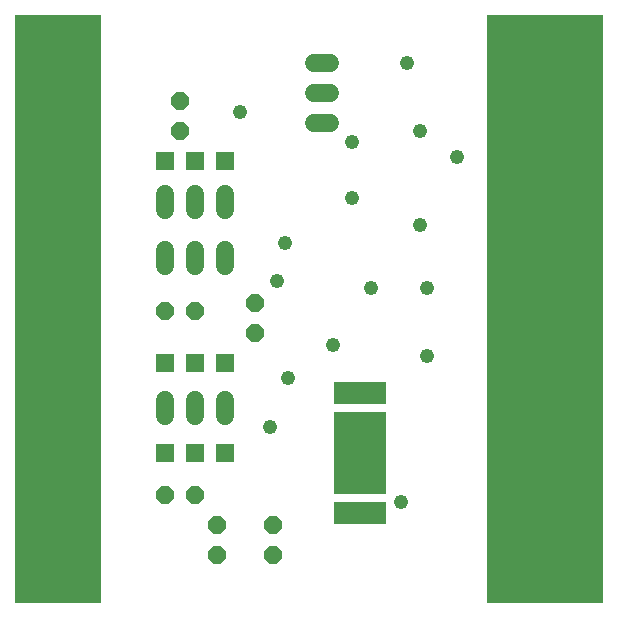
<source format=gbs>
G75*
%MOIN*%
%OFA0B0*%
%FSLAX25Y25*%
%IPPOS*%
%LPD*%
%AMOC8*
5,1,8,0,0,1.08239X$1,22.5*
%
%ADD10R,0.28750X1.96250*%
%ADD11R,0.38750X1.96250*%
%ADD12OC8,0.06000*%
%ADD13R,0.05950X0.05950*%
%ADD14C,0.06000*%
%ADD15C,0.07400*%
%ADD16R,0.17500X0.07500*%
%ADD17R,0.17500X0.27500*%
%ADD18C,0.04800*%
%ADD19C,0.05600*%
D10*
X0016175Y0099925D03*
D11*
X0178675Y0099925D03*
D12*
X0088050Y0028050D03*
X0088050Y0018050D03*
X0069300Y0018050D03*
X0069300Y0028050D03*
X0061800Y0038050D03*
X0051800Y0038050D03*
X0081800Y0091800D03*
X0081800Y0101800D03*
X0061800Y0099300D03*
X0051800Y0099300D03*
X0056800Y0159300D03*
X0056800Y0169300D03*
D13*
X0051800Y0149300D03*
X0061800Y0149300D03*
X0071800Y0149300D03*
X0071800Y0081800D03*
X0061800Y0081800D03*
X0051800Y0081800D03*
X0051800Y0051800D03*
X0061800Y0051800D03*
X0071800Y0051800D03*
D14*
X0071800Y0064200D02*
X0071800Y0069400D01*
X0061800Y0069400D02*
X0061800Y0064200D01*
X0051800Y0064200D02*
X0051800Y0069400D01*
X0051800Y0114200D02*
X0051800Y0119400D01*
X0061800Y0119400D02*
X0061800Y0114200D01*
X0071800Y0114200D02*
X0071800Y0119400D01*
X0071800Y0132950D02*
X0071800Y0138150D01*
X0061800Y0138150D02*
X0061800Y0132950D01*
X0051800Y0132950D02*
X0051800Y0138150D01*
X0101700Y0161800D02*
X0106900Y0161800D01*
X0106900Y0171800D02*
X0101700Y0171800D01*
X0101700Y0181800D02*
X0106900Y0181800D01*
D15*
X0111800Y0071800D03*
X0111800Y0061800D03*
X0111800Y0051800D03*
X0111800Y0041800D03*
X0111800Y0031800D03*
X0121800Y0031800D03*
X0121800Y0041800D03*
X0121800Y0051800D03*
X0121800Y0061800D03*
X0121800Y0071800D03*
D16*
X0116800Y0071800D03*
X0116800Y0031800D03*
D17*
X0116800Y0051800D03*
D18*
X0130550Y0035550D03*
X0093050Y0076800D03*
X0108050Y0088050D03*
X0120550Y0106800D03*
X0139300Y0106800D03*
X0136800Y0128050D03*
X0114300Y0136800D03*
X0114300Y0155550D03*
X0136800Y0159300D03*
X0149300Y0150550D03*
X0132646Y0181800D03*
X0076800Y0165550D03*
X0091800Y0121800D03*
X0089300Y0109300D03*
X0086800Y0060550D03*
X0139300Y0084300D03*
D19*
X0006800Y0011800D03*
X0016800Y0021800D03*
X0006800Y0031800D03*
X0016800Y0041800D03*
X0006800Y0051800D03*
X0016800Y0061800D03*
X0006800Y0071800D03*
X0016800Y0081800D03*
X0006800Y0091800D03*
X0016800Y0101800D03*
X0006800Y0111800D03*
X0016800Y0121800D03*
X0006800Y0131800D03*
X0016800Y0141800D03*
X0006800Y0151800D03*
X0016800Y0161800D03*
X0006800Y0171800D03*
X0016800Y0181800D03*
X0006800Y0191800D03*
X0026800Y0191800D03*
X0026800Y0171800D03*
X0026800Y0151800D03*
X0026800Y0131800D03*
X0026800Y0111800D03*
X0026800Y0091800D03*
X0026800Y0071800D03*
X0026800Y0051800D03*
X0026800Y0031800D03*
X0026800Y0011800D03*
X0161800Y0011800D03*
X0171800Y0021800D03*
X0161800Y0031800D03*
X0171800Y0041800D03*
X0161800Y0051800D03*
X0171800Y0061800D03*
X0161800Y0071800D03*
X0171800Y0081800D03*
X0161800Y0091800D03*
X0171800Y0101800D03*
X0161800Y0111800D03*
X0171800Y0121800D03*
X0161800Y0131800D03*
X0171800Y0141800D03*
X0161800Y0151800D03*
X0171800Y0161800D03*
X0161800Y0171800D03*
X0171800Y0181800D03*
X0161800Y0191800D03*
X0181800Y0191800D03*
X0191800Y0181800D03*
X0181800Y0171800D03*
X0191800Y0161800D03*
X0181800Y0151800D03*
X0191800Y0141800D03*
X0181800Y0131800D03*
X0191800Y0121800D03*
X0181800Y0111800D03*
X0191800Y0101800D03*
X0181800Y0091800D03*
X0191800Y0081800D03*
X0181800Y0071800D03*
X0191800Y0061800D03*
X0181800Y0051800D03*
X0191800Y0041800D03*
X0181800Y0031800D03*
X0191800Y0021800D03*
X0181800Y0011800D03*
M02*

</source>
